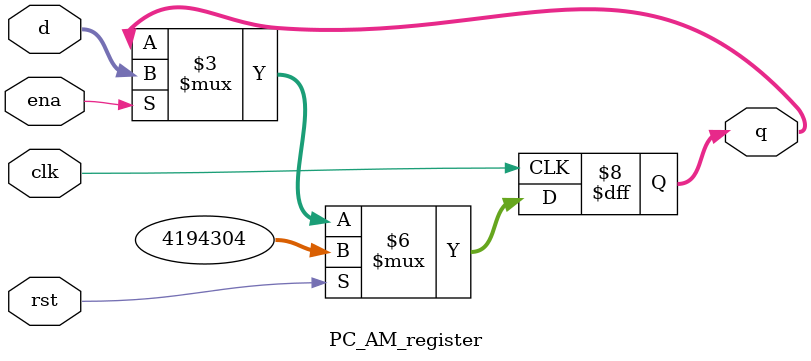
<source format=v>
module PC_AM_register(clk, rst, d, q, ena);

	parameter N = 32;
	input wire clk, rst, ena;
	input wire [N-1:0] d;
	output reg [N-1:0] q;

	always @(posedge clk) begin
		if(rst) begin
			q <= 32'h400000;
		end
		else if (ena) begin
			q <= d;
		end
		else begin
			q <= q;
		end
	end
	
endmodule

</source>
